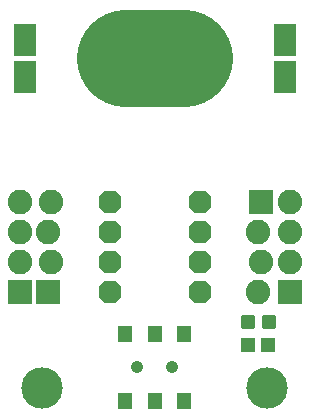
<source format=gts>
G75*
%MOIN*%
%OFA0B0*%
%FSLAX25Y25*%
%IPPOS*%
%LPD*%
%AMOC8*
5,1,8,0,0,1.08239X$1,22.5*
%
%ADD10R,0.07800X0.10800*%
%ADD11C,0.32296*%
%ADD12R,0.08200X0.08200*%
%ADD13C,0.08200*%
%ADD14OC8,0.07600*%
%ADD15C,0.13800*%
%ADD16R,0.04737X0.05328*%
%ADD17C,0.04146*%
%ADD18C,0.01421*%
%ADD19R,0.05131X0.04737*%
D10*
X0100026Y0166898D03*
X0100026Y0179102D03*
X0186640Y0179102D03*
X0186640Y0166898D03*
D11*
X0153175Y0173000D02*
X0133491Y0173000D01*
D12*
X0178833Y0125000D03*
X0188333Y0095000D03*
X0107833Y0095000D03*
X0098333Y0095000D03*
D13*
X0098333Y0105000D03*
X0108833Y0105000D03*
X0107833Y0115000D03*
X0098333Y0115000D03*
X0098333Y0125000D03*
X0108833Y0125000D03*
X0177833Y0115000D03*
X0188333Y0115000D03*
X0188333Y0105000D03*
X0178833Y0105000D03*
X0177833Y0095000D03*
X0188333Y0125000D03*
D14*
X0158333Y0125000D03*
X0158333Y0115000D03*
X0158333Y0105000D03*
X0158333Y0095000D03*
X0128333Y0095000D03*
X0128333Y0105000D03*
X0128333Y0115000D03*
X0128333Y0125000D03*
D15*
X0105833Y0063000D03*
X0180833Y0063000D03*
D16*
X0153176Y0058878D03*
X0143333Y0058878D03*
X0133491Y0058878D03*
X0133491Y0081122D03*
X0143333Y0081122D03*
X0153176Y0081122D03*
D17*
X0149239Y0070000D03*
X0137428Y0070000D03*
D18*
X0172723Y0083342D02*
X0172723Y0086658D01*
X0176039Y0086658D01*
X0176039Y0083342D01*
X0172723Y0083342D01*
X0172723Y0084762D02*
X0176039Y0084762D01*
X0176039Y0086182D02*
X0172723Y0086182D01*
X0179628Y0086658D02*
X0179628Y0083342D01*
X0179628Y0086658D02*
X0182944Y0086658D01*
X0182944Y0083342D01*
X0179628Y0083342D01*
X0179628Y0084762D02*
X0182944Y0084762D01*
X0182944Y0086182D02*
X0179628Y0086182D01*
D19*
X0181180Y0077500D03*
X0174487Y0077500D03*
M02*

</source>
